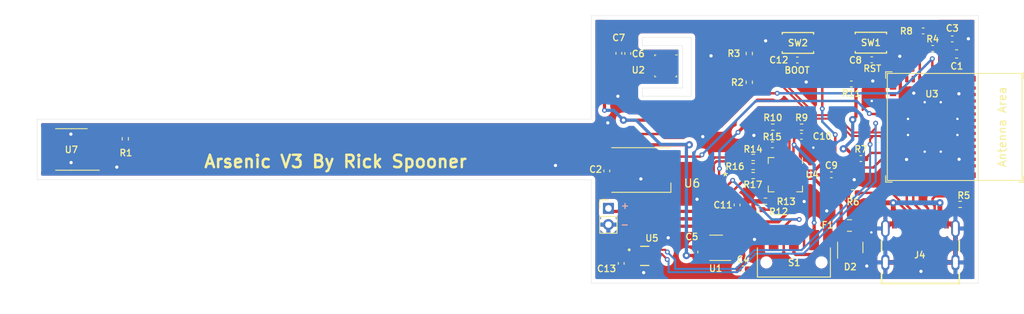
<source format=kicad_pcb>
(kicad_pcb (version 20221018) (generator pcbnew)
  (title_block (title "Arsenic V3"))
  (layers (0 "F.Cu" signal "Front") (31 "B.Cu" signal "Back") (34 "B.Paste" user) (35 "F.Paste" user) (36 "B.SilkS" user "B.Silkscreen") (37 "F.SilkS" user "F.Silkscreen") (38 "B.Mask" user) (39 "F.Mask" user) (44 "Edge.Cuts" user))
  (net 0 "")
  (net 1 "+3.3V")
  (net 2 "GND")
  (net 3 "+5V")
  (net 4 "VCC")
  (net 5 "Net-(C10-Pad1)")
  (net 6 "/EN")
  (net 8 "/GPI010")
  (net 9 "/USB_D+")
  (net 10 "/USB_D-")
  (net 11 "Net-(R14-Pad2)")
  (net 12 "Net-(U4-STAT2)")
  (net 13 "Net-(F1-Pad1)")
  (net 14 "/GPIO3")
  (net 15 "Net-(R16-Pad2)")
  (net 16 "Net-(J4-CC1)")
  (net 18 "Net-(J4-CC2)")
  (net 19 "/SCA")
  (net 20 "/SCL")
  (net 21 "Net-(U4-VPCC)")
  (net 22 "Net-(U4-PROG1)")
  (net 23 "Net-(U4-PROG3)")
  (net 24 "Net-(U4-~{PG})")
  (net 25 "Net-(U4-THERM)")
  (net 29 "Net-(U3-GPIO2{slash}ADC1_CH2)")
  (net 36 "Net-(U3-GPIO8)")
  (net 52 "/RESET")
  (net 53 "Net-(U4-STAT1{slash}~{LBO})")
  (net 54 "Net-(R17-Pad2)")
  (net 60 "Net-(J1-Pin_1)")
  (footprint "Capacitor_SMD:C_0402_1005Metric_Pad0.74x0.62mm_HandSolder" (layer "F.Cu") (at 170.2992 89.577 90)
    (fp_text reference "C7")
    (fp_text value "0.1uF/10V (10%)" hide)
  )
  (footprint "Capacitor_SMD:C_0402_1005Metric_Pad0.74x0.62mm_HandSolder" (layer "F.Cu") (at 198.9579 93.3542 180)
    (fp_text reference "R11")
    (fp_text value "10K(1%)" hide)
  )
  (footprint "Resistor_SMD:R_0402_1005Metric_Pad0.72x0.64mm_HandSolder" (layer "F.Cu") (at 199.136 106.7816 180)
    (fp_text reference "R6")
    (fp_text value "5.1k" hide)
  )
  (footprint "Capacitor_SMD:C_0603_1608Metric_Pad1.08x0.95mm_HandSolder" (layer "F.Cu") (at 211.9379 89.6542)
    (fp_text reference "C1")
    (fp_text value "10uF/25V(20%)" hide)
  )
  (footprint "Capacitor_SMD:C_0402_1005Metric_Pad0.74x0.62mm_HandSolder" (layer "F.Cu") (at 196.4929 104.5542)
    (fp_text reference "C9")
    (fp_text value "4.7uF/16VX5R" hide)
  )
  (footprint "Package_TO_SOT_SMD:SOT-23-5" (layer "F.Cu") (at 182.2879 113.5542 180)
    (fp_text reference "U1")
    (fp_text value "AP2112K-3.3" hide)
  )
  (footprint "Resistor_SMD:R_0402_1005Metric_Pad0.72x0.64mm_HandSolder" (layer "F.Cu") (at 186.8545 102.4128 180)
    (fp_text reference "R14")
    (fp_text value "1k" hide)
  )
  (footprint "Capacitor_SMD:C_0402_1005Metric_Pad0.74x0.62mm_HandSolder" (layer "F.Cu") (at 184.8754 108.2717 90)
    (fp_text reference "C11")
    (fp_text value "4.7uF/16VX5R" hide)
  )
  (footprint "Capacitor_SMD:C_0402_1005Metric_Pad0.74x0.62mm_HandSolder" (layer "F.Cu") (at 168.8118 104.0787 90)
    (fp_text reference "C2")
    (fp_text value "0.1uF/10V (10%)" hide)
  )
  (footprint "JS102011SAQN:SW_JS102011SAQN" (layer "F.Cu") (at 191.8754 115.3542)
    (fp_text reference "S1")
    (fp_text value "JS102011SAQN" hide)
  )
  (footprint "USB4105-GF-A:GCT_USB4105-GF-A" (layer "F.Cu") (at 207.4754 115.3542)
    (fp_text reference "J4")
    (fp_text value "USB4105-GF-A" hide)
  )
  (footprint "Fuse:Fuse_0805_2012Metric_Pad1.15x1.40mm_HandSolder" (layer "F.Cu") (at 198.7254 110.8042 180)
    (fp_text reference "F1")
    (fp_text value "Polyfuse_Small" hide)
  )
  (footprint "Connector_PinHeader_2.00mm:PinHeader_1x02_P2.00mm_Vertical" (layer "F.Cu") (at 169.0116 108.6932)
    (fp_text reference "J1" hide)
    (fp_text value "Conn_01x02_Pin" hide)
  )
  (footprint "Capacitor_SMD:C_0402_1005Metric_Pad0.74x0.62mm_HandSolder" (layer "F.Cu") (at 189.2254 100.8542 180)
    (fp_text reference "R15")
    (fp_text value "10K(1%)" hide)
  )
  (footprint "Package_DFN_QFN:QFN-20-1EP_4x4mm_P0.5mm_EP2.5x2.5mm" (layer "F.Cu") (at 190.8254 104.5417 -90)
    (fp_text reference "U4")
    (fp_text value "MCP73871-1CC" hide)
  )
  (footprint "Resistor_SMD:R_0402_1005Metric_Pad0.72x0.64mm_HandSolder" (layer "F.Cu") (at 186.8545 103.5304 180)
    (fp_text reference "R16")
    (fp_text value "1k" hide)
  )
  (footprint "Capacitor_SMD:C_0402_1005Metric_Pad0.74x0.62mm_HandSolder" (layer "F.Cu") (at 207.8079 86.8172 180)
    (fp_text reference "R8")
    (fp_text value "10K(1%)" hide)
  )
  (footprint "Resistor_SMD:R_0402_1005Metric_Pad0.72x0.64mm_HandSolder" (layer "F.Cu") (at 186.8545 104.648 180)
    (fp_text reference "R17")
    (fp_text value "1k" hide)
  )
  (footprint "PCM_Espressif:ESP32-C3-MINI-1" (layer "F.Cu") (at 211.6934 98.6542 -90)
    (fp_text reference "U3")
    (fp_text value "ESP32-C3-MINI-1" hide)
  )
  (footprint "Resistor_SMD:R_0402_1005Metric_Pad0.72x0.64mm_HandSolder" (layer "F.Cu") (at 212.3754 108.2042 180)
    (fp_text reference "R5")
    (fp_text value "5.1k" hide)
  )
  (footprint "Package_LGA:Bosch_LGA-8_2.5x2.5mm_P0.65mm_ClockwisePinNumbering" (layer "F.Cu") (at 176.0716 91.1197 -90)
    (fp_text reference "U2")
    (fp_text value "BME280" hide)
  )
  (footprint "Capacitor_SMD:C_0402_1005Metric_Pad0.74x0.62mm_HandSolder" (layer "F.Cu") (at 200.1254 102.5542)
    (fp_text reference "R7")
    (fp_text value "10K(1%)" hide)
  )
  (footprint "LED_SMD:LED_WS2812B_PLCC4_5.0x5.0mm_P3.2mm" (layer "F.Cu") (at 173.0618 103.9612)
    (fp_text reference "D1" hide)
    (fp_text value "WS2812B" hide)
  )
  (footprint "Capacitor_SMD:C_0402_1005Metric_Pad0.74x0.62mm_HandSolder" (layer "F.Cu") (at 171.3992 89.5945 90)
    (fp_text reference "C6")
    (fp_text value "0.1uF/10V (10%)" hide)
  )
  (footprint "Capacitor_SMD:C_0402_1005Metric_Pad0.74x0.62mm_HandSolder" (layer "F.Cu") (at 208.9912 88.9762)
    (fp_text reference "R4")
    (fp_text value "10K(1%)" hide)
  )
  (footprint "Package_TO_SOT_SMD:SOT-143" (layer "F.Cu") (at 198.8254 113.5042 90)
    (fp_text reference "D2")
    (fp_text value "PRTR5V0U2X" hide)
  )
  (footprint "Capacitor_SMD:C_0402_1005Metric_Pad0.74x0.62mm_HandSolder" (layer "F.Cu") (at 170.5864 115.4771 -90)
    (fp_text reference "C13")
    (fp_text value "0.1uF/10V (10%)" hide)
  )
  (footprint "Capacitor_SMD:C_0402_1005Metric_Pad0.74x0.62mm_HandSolder" (layer "F.Cu") (at 187.4429 108.8542 180)
    (fp_text reference "R12")
    (fp_text value "10K(1%)" hide)
  )
  (footprint "Package_SO:SOIC-8_3.9x4.9mm_P1.27mm" (layer "F.Cu") (at 102.805 101.4289 180)
    (fp_text reference "U7")
    (fp_text value "DS18B20Z" hide)
  )
  (footprint "Resistor_SMD:R_0402_1005Metric_Pad0.72x0.64mm_HandSolder" (layer "F.Cu") (at 186.3754 89.6017 90)
    (fp_text reference "R3")
    (fp_text value "4.7k" hide)
  )
  (footprint "Capacitor_SMD:C_0402_1005Metric_Pad0.74x0.62mm_HandSolder" (layer "F.Cu") (at 192.8079 99.8042)
    (fp_text reference "C10")
    (fp_text value "4.7uF/16VX5R" hide)
  )
  (footprint "Capacitor_SMD:C_0402_1005Metric_Pad0.74x0.62mm_HandSolder" (layer "F.Cu") (at 211.3929 87.8042)
    (fp_text reference "C3")
    (fp_text value "0.1uF/50V(10%)" hide)
  )
  (footprint "Resistor_SMD:R_0402_1005Metric_Pad0.72x0.64mm_HandSolder" (layer "F.Cu") (at 189.2808 98.679)
    (fp_text reference "R10")
    (fp_text value "110K" hide)
  )
  (footprint "KXT 331 LHS:KXT3_CNK" (layer "F.Cu") (at 192.374801 88.2958 180)
    (fp_text reference "SW2")
    (fp_text value "KXT331LHS" hide)
  )
  (footprint "Capacitor_SMD:C_0402_1005Metric_Pad0.74x0.62mm_HandSolder" (layer "F.Cu") (at 185.6254 116.1542)
    (fp_text reference "C4")
    (fp_text value "1uF/16V(10%)" hide)
  )
  (footprint "Resistor_SMD:R_0402_1005Metric_Pad0.72x0.64mm_HandSolder" (layer "F.Cu") (at 109.4486 100.1147 -90)
    (fp_text reference "R1")
    (fp_text value "4.7k" hide)
  )
  (footprint "KXT 331 LHS:KXT3_CNK" (layer "F.Cu") (at 201.370601 88.265 180)
    (fp_text reference "SW1")
    (fp_text value "KXT331LHS" hide)
  )
  (footprint "Resistor_SMD:R_0402_1005Metric_Pad0.72x0.64mm_HandSolder" (layer "F.Cu") (at 188.3729 107.8042)
    (fp_text reference "R13")
    (fp_text value "100k" hide)
  )
  (footprint "Resistor_SMD:R_0402_1005Metric_Pad0.72x0.64mm_HandSolder" (layer "F.Cu") (at 186.3754 93.1517 -90)
    (fp_text reference "R2")
    (fp_text value "4.7k" hide)
  )
  (footprint "Capacitor_SMD:C_0402_1005Metric_Pad0.74x0.62mm_HandSolder" (layer "F.Cu") (at 179.6754 114.0717 90)
    (fp_text reference "C5")
    (fp_text value "1uF/16V(10%)" hide)
  )
  (footprint "Capacitor_SMD:C_0402_1005Metric_Pad0.74x0.62mm_HandSolder" (layer "F.Cu") (at 201.472201 90.3774)
    (fp_text reference "C8")
    (fp_text value "0.1uF/10V (10%)" hide)
  )
  (footprint "EAST1616RGBA8:LED_EAST1616RGBA8" (layer "F.Cu") (at 181.9764 105.6016)
    (fp_text reference "U6")
    (fp_text value "EAST1616RGBA8" hide)
  )
  (footprint "Capacitor_SMD:C_0402_1005Metric_Pad0.74x0.62mm_HandSolder" (layer "F.Cu") (at 192.302801 90.4028)
    (fp_text reference "C12")
    (fp_text value "0.1uF/10V (10%)" hide)
  )
  (footprint "Resistor_SMD:R_0402_1005Metric_Pad0.72x0.64mm_HandSolder" (layer "F.Cu") (at 192.8247 98.679)
    (fp_text reference "R9")
    (fp_text value "330K" hide)
  )
  (footprint "MAX17048G:21-0168E_T822-3_MXM" (layer "F.Cu") (at 173.482 114.55235)
    (fp_text reference "U5")
    (fp_text value "MAX17048G+T10" hide)
  )
  (gr_line (start 173.1772 87.6046) (end 179.2224 87.6046) (stroke (width 0.0381)) (layer "Edge.Cuts"))
  (gr_line (start 166.8994 84.9536) (end 214.6254 84.9536) (stroke (width 0.0381)) (layer "Edge.Cuts"))
  (gr_line (start 214.6254 117.9042) (end 166.8994 117.9042) (stroke (width 0.0381)) (layer "Edge.Cuts"))
  (gr_line (start 173.1772 93.853) (end 178.1556 93.853) (stroke (width 0.0381)) (layer "Edge.Cuts"))
  (gr_line (start 166.9034 97.6884) (end 166.8994 84.9536) (stroke (width 0.0381)) (layer "Edge.Cuts"))
  (gr_line (start 166.8994 117.9042) (end 166.9034 105.156) (stroke (width 0.0381)) (layer "Edge.Cuts"))
  (gr_line (start 173.1772 87.6046) (end 173.1772 88.6206) (stroke (width 0.0381)) (layer "Edge.Cuts"))
  (gr_line (start 173.1772 94.869) (end 173.1772 93.853) (stroke (width 0.0381)) (layer "Edge.Cuts"))
  (gr_line (start 173.1772 88.6206) (end 178.1556 88.6206) (stroke (width 0.0381)) (layer "Edge.Cuts"))
  (gr_line (start 178.1556 93.853) (end 178.1556 88.6206) (stroke (width 0.0381)) (layer "Edge.Cuts"))
  (gr_line (start 179.2224 93.6498) (end 179.2224 87.6046) (stroke (width 0.0381)) (layer "Edge.Cuts"))
  (gr_line (start 178.054 94.869) (end 173.1772 94.869) (stroke (width 0.0381)) (layer "Edge.Cuts"))
  (gr_line (start 166.9034 97.6884) (end 98.5774 97.6884) (stroke (width 0.0381)) (layer "Edge.Cuts"))
  (gr_line (start 98.5774 97.6884) (end 98.5774 105.156) (stroke (width 0.0381)) (layer "Edge.Cuts"))
  (gr_line (start 98.5774 105.156) (end 166.9034 105.156) (stroke (width 0.0381)) (layer "Edge.Cuts"))
  (gr_line (start 178.054 94.869) (end 179.2224 94.869) (stroke (width 0.0381)) (layer "Edge.Cuts"))
  (gr_line (start 179.2224 93.6498) (end 179.2224 94.869) (stroke (width 0.0381)) (layer "Edge.Cuts"))
  (gr_line (start 214.6254 84.9536) (end 214.6254 117.9042) (stroke (width 0.0381)) (layer "Edge.Cuts"))
  (gr_text "+" (at 170.4594 108.8136) (layer "B.SilkS") (effects (font (size 0.8 0.8) (thickness 0.15) bold) (justify left bottom)))
  (gr_text "-" (at 170.434 111.1504) (layer "B.SilkS") (effects (font (size 0.8 0.8) (thickness 0.15) bold) (justify left bottom)))
  (gr_text "RST" (at 200.3552 91.9226) (layer "F.SilkS") (effects (font (size 0.8 0.8)) (justify left bottom)))
  (gr_text "Arsenic V3 By Rick Spooner" (at 119.0244 103.8098) (layer "F.SilkS") (effects (font (size 1.524 1.524) (thickness 0.3048) bold) (justify left bottom)))
  (gr_text "BOOT" (at 190.626401 92.13) (layer "F.SilkS") (effects (font (size 0.8 0.8)) (justify left bottom)))
  (segment (start 181.1504 114.5042) (end 179.3754 114.5042) (width 0.4) (layer "F.Cu") (net 1))
  (segment (start 208.3754 86.8172) (end 208.3754 85.9734) (width 0.3) (layer "F.Cu") (net 1))
  (segment (start 175.0293 90.162) (end 175.0466 90.1447) (width 0.3) (layer "F.Cu") (net 1))
  (segment (start 210.8254 87.8042) (end 210.8254 89.4042) (width 0.4) (layer "F.Cu") (net 1))
  (segment (start 105.3617 100.7122) (end 105.28 100.7939) (width 0.4) (layer "F.Cu") (net 1))
  (segment (start 196.4754 86.1006) (end 196.342 85.9672) (width 0.4) (layer "F.Cu") (net 1))
  (segment (start 208.3754 88.9279) (end 208.4237 88.9762) (width 0.3) (layer "F.Cu") (net 1))
  (segment (start 176.1676 90.1447) (end 176.8176 90.7947) (width 0.25) (layer "F.Cu") (net 1))
  (segment (start 199.5254 97.3542) (end 199.1254 97.7542) (width 0.4) (layer "F.Cu") (net 1))
  (segment (start 208.3754 86.8172) (end 208.3754 88.9279) (width 0.3) (layer "F.Cu") (net 1))
  (segment (start 176.8176 90.7947) (end 177.0966 90.7947) (width 0.25) (layer "F.Cu") (net 1))
  (segment (start 199.5254 93.3542) (end 199.5254 97.3542) (width 0.4) (layer "F.Cu") (net 1))
  (segment (start 186.3754 89.0042) (end 186.3754 85.977) (width 0.4) (layer "F.Cu") (net 1))
  (segment (start 198.3579 101.3542) (end 199.5579 102.5542) (width 0.4) (layer "F.Cu") (net 1))
  (segment (start 172.6346 102.3112) (end 174.0916 100.8542) (width 0.4) (layer "F.Cu") (net 1))
  (segment (start 211.3934 89.9722) (end 211.0754 89.6542) (width 0.4) (layer "F.Cu") (net 1))
  (segment (start 208.3754 85.9734) (end 208.3816 85.9672) (width 0.3) (layer "F.Cu") (net 1))
  (segment (start 175.0466 90.1447) (end 171.4165 90.1447) (width 0.3) (layer "F.Cu") (net 1))
  (segment (start 177.0966 90.7947) (end 175.9756 90.7947) (width 0.25) (layer "F.Cu") (net 1))
  (segment (start 169.252 85.9672) (end 168.529 86.6902) (width 0.4) (layer "F.Cu") (net 1))
  (segment (start 175.3256 91.4447) (end 175.0466 91.4447) (width 0.25) (layer "F.Cu") (net 1))
  (segment (start 174.0916 100.8542) (end 111.7438 100.8542) (width 0.4) (layer "F.Cu") (net 1))
  (segment (start 175.9756 90.7947) (end 175.3256 91.4447) (width 0.25) (layer "F.Cu") (net 1))
  (segment (start 179.3754 114.5042) (end 178.6254 114.5042) (width 0.4) (layer "F.Cu") (net 1))
  (segment (start 179.3904 114.5192) (end 179.3754 114.5042) (width 0.3) (layer "F.Cu") (net 1))
  (segment (start 186.3656 85.9672) (end 169.252 85.9672) (width 0.4) (layer "F.Cu") (net 1))
  (segment (start 171.4165 90.1447) (end 171.3992 90.162) (width 0.3) (layer "F.Cu") (net 1))
  (segment (start 211.3934 92.7542) (end 211.3934 89.9722) (width 0.4) (layer "F.Cu") (net 1))
  (segment (start 186.3754 85.977) (end 186.3656 85.9672) (width 0.4) (layer "F.Cu") (net 1))
  (segment (start 170.6118 102.3112) (end 172.6346 102.3112) (width 0.4) (layer "F.Cu") (net 1))
  (segment (start 182.3142 97.8154) (end 186.3754 93.7542) (width 0.4) (layer "F.Cu") (net 1))
  (segment (start 111.7438 100.8542) (end 111.6018 100.7122) (width 0.4) (layer "F.Cu") (net 1))
  (segment (start 186.3852 85.9672) (end 196.342 85.9672) (width 0.4) (layer "F.Cu") (net 1))
  (segment (start 186.3754 93.7542) (end 186.3754 93.7492) (width 0.4) (layer "F.Cu") (net 1))
  (segment (start 111.6018 100.7122) (end 109.4486 100.7122) (width 0.4) (layer "F.Cu") (net 1))
  (segment (start 196.342 85.9672) (end 208.3816 85.9672) (width 0.4) (layer "F.Cu") (net 1))
  (segment (start 170.8658 97.8154) (end 182.3142 97.8154) (width 0.4) (layer "F.Cu") (net 1))
  (segment (start 196.4754 89.70891) (end 196.4754 86.1006) (width 0.4) (layer "F.Cu") (net 1))
  (segment (start 168.529 90.2716) (end 168.529 86.6902) (width 0.4) (layer "F.Cu") (net 1))
  (segment (start 170.2992 90.1445) (end 168.6561 90.1445) (width 0.3) (layer "F.Cu") (net 1))
  (segment (start 197.9754 101.3542) (end 198.3579 101.3542) (width 0.4) (layer "F.Cu") (net 1))
  (segment (start 196.4754 89.70891) (end 199.5254 92.75891) (width 0.4) (layer "F.Cu") (net 1))
  (segment (start 208.9884 85.9672) (end 210.8254 87.8042) (width 0.4) (layer "F.Cu") (net 1))
  (segment (start 175.0466 90.1447) (end 176.1676 90.1447) (width 0.25) (layer "F.Cu") (net 1))
  (segment (start 170.0118 102.3112) (end 168.8118 103.5112) (width 0.4) (layer "F.Cu") (net 1))
  (segment (start 171.3817 90.1445) (end 171.3992 90.162) (width 0.3) (layer "F.Cu") (net 1))
  (segment (start 109.4486 100.7122) (end 105.3617 100.7122) (width 0.4) (layer "F.Cu") (net 1))
  (segment (start 186.3754 85.977) (end 186.3852 85.9672) (width 0.4) (layer "F.Cu") (net 1))
  (segment (start 168.529 96.6042) (end 168.529 90.2716) (width 0.4) (layer "F.Cu") (net 1))
  (segment (start 208.3816 85.9672) (end 208.9884 85.9672) (width 0.4) (layer "F.Cu") (net 1))
  (segment (start 178.9754 100.8542) (end 174.0916 100.8542) (width 0.4) (layer "F.Cu") (net 1))
  (segment (start 199.5254 92.75891) (end 199.5254 93.3542) (width 0.4) (layer "F.Cu") (net 1))
  (segment (start 210.8254 89.4042) (end 211.0754 89.6542) (width 0.4) (layer "F.Cu") (net 1))
  (segment (start 170.2992 90.1445) (end 171.3817 90.1445) (width 0.3) (layer "F.Cu") (net 1))
  (via (at 178.9754 100.8542) (size 0.9) (drill 0.4) (layers "F.Cu" "B.Cu") (net 1))
  (via (at 197.9754 101.3542) (size 0.9) (drill 0.4) (layers "F.Cu" "B.Cu") (net 1))
  (via (at 168.529 96.6042) (size 0.6) (drill 0.3) (layers "F.Cu" "B.Cu") (net 1))
  (via (at 178.6254 114.5042) (size 0.9) (drill 0.4) (layers "F.Cu" "B.Cu") (net 1))
  (via (at 170.8658 97.8154) (size 0.9) (drill 0.4) (layers "F.Cu" "B.Cu") (net 1))
  (via (at 199.1254 97.7542) (size 0.9) (drill 0.4) (layers "F.Cu" "B.Cu") (net 1))
  (segment (start 178.6254 114.5042) (end 178.6754 114.4542) (width 0.3) (layer "B.Cu") (net 1))
  (segment (start 178.9684 100.8612) (end 178.9754 100.8542) (width 0.4) (layer "B.Cu") (net 1))
  (segment (start 178.6254 101.2042) (end 178.6254 114.5042) (width 0.4) (layer "B.Cu") (net 1))
  (segment (start 170.8658 97.8154) (end 169.6546 96.6042) (width 0.4) (layer "B.Cu") (net 1))
  (segment (start 175.4294 100.8042) (end 178.9254 100.8042) (width 0.4) (layer "B.Cu") (net 1))
  (segment (start 169.6546 96.6042) (end 168.529 96.6042) (width 0.4) (layer "B.Cu") (net 1))
  (segment (start 199.1254 100.2042) (end 197.9754 101.3542) (width 0.4) (layer "B.Cu") (net 1))
  (segment (start 178.9254 100.8042) (end 178.9754 100.8542) (width 0.4) (layer "B.Cu") (net 1))
  (segment (start 172.4406 97.8154) (end 175.4294 100.8042) (width 0.4) (layer "B.Cu") (net 1))
  (segment (start 199.1254 97.7542) (end 199.1254 100.2042) (width 0.4) (layer "B.Cu") (net 1))
  (segment (start 178.9754 100.8542) (end 178.6254 101.2042) (width 0.4) (layer "B.Cu") (net 1))
  (segment (start 170.8658 97.8154) (end 172.4406 97.8154) (width 0.4) (layer "B.Cu") (net 1))
  (segment (start 183.4254 113.5542) (end 179.7254 113.5542) (width 0.4) (layer "F.Cu") (net 2))
  (segment (start 203.7304 110.5992) (end 203.1554 111.1742) (width 0.6) (layer "F.Cu") (net 2))
  (segment (start 189.8254 106.4792) (end 188.8879 105.5417) (width 0.3) (layer "F.Cu") (net 2))
  (segment (start 173.482 114.904651) (end 173.482 114.55235) (width 0.25) (layer "F.Cu") (net 2))
  (segment (start 207.0184 96.6792) (end 207.0184 98.6542) (width 0.4) (layer "F.Cu") (net 2))
  (segment (start 171.5516 91.5416) (end 173.3017 91.5416) (width 0.25) (layer "F.Cu") (net 2))
  (segment (start 211.9604 88.8142) (end 212.8004 89.6542) (width 0.4) (layer "F.Cu") (net 2))
  (segment (start 190.780526 104.5417) (end 188.6579 102.419074) (width 0.3) (layer "F.Cu") (net 2))
  (segment (start 213.8934 103.4542) (end 213.8934 104.5722) (width 0.4) (layer "F.Cu") (net 2))
  (segment (start 199.7456 89.218299) (end 200.904701 90.3774) (width 0.3) (layer "F.Cu") (net 2))
  (segment (start 211.7954 111.1742) (end 211.7954 115.3542) (width 0.6) (layer "F.Cu") (net 2))
  (segment (start 174.4853 114.80235) (end 173.732 114.80235) (width 0.25) (layer "F.Cu") (net 2))
  (segment (start 201.4754 95.4542) (end 203.3754 95.4542) (width 0.4) (layer "F.Cu") (net 2))
  (segment (start 213.4684 100.6292) (end 213.8934 101.0542) (width 0.4) (layer "F.Cu") (net 2))
  (segment (start 170.18 92.9132) (end 171.5516 91.5416) (width 0.25) (layer "F.Cu") (net 2))
  (segment (start 210.6754 110.5992) (end 211.2204 110.5992) (width 0.6) (layer "F.Cu") (net 2))
  (segment (start 213.4684 96.6792) (end 213.8934 96.2542) (width 0.4) (layer "F.Cu") (net 2))
  (segment (start 207.0184 96.6792) (end 208.9934 96.6792) (width 0.4) (layer "F.Cu") (net 2))
  (segment (start 188.8879 105.5417) (end 189.8254 105.5417) (width 0.3) (layer "F.Cu") (net 2))
  (segment (start 212.9934 92.7542) (end 213.8754 92.7542) (width 0.4) (layer "F.Cu") (net 2))
  (segment (start 204.9934 95.1902) (end 205.2574 95.4542) (width 0.4) (layer "F.Cu") (net 2))
  (segment (start 204.9934 92.7542) (end 204.9934 95.1902) (width 0.4) (layer "F.Cu") (net 2))
  (segment (start 212.8004 91.5792) (end 213.9254 92.7042) (width 0.4) (layer "F.Cu") (net 2))
  (segment (start 190.8254 104.5417) (end 190.780526 104.5417) (width 0.3) (layer "F.Cu") (net 2))
  (segment (start 208.9934 98.6542) (end 210.9684 98.6542) (width 0.4) (layer "F.Cu") (net 2))
  (segment (start 174.0486 90.7947) (end 175.0466 90.7947) (width 0.25) (layer "F.Cu") (net 2))
  (segment (start 204.0934 95.4542) (end 205.2574 95.4542) (width 0.4) (layer "F.Cu") (net 2))
  (segment (start 212.8004 89.6542) (end 212.8004 91.5792) (width 0.4) (layer "F.Cu") (net 2))
  (segment (start 173.482 114.200049) (end 173.482 114.55235) (width 0.25) (layer "F.Cu") (net 2))
  (segment (start 188.8879 105.5417) (end 188.8879 105.0417) (width 0.3) (layer "F.Cu") (net 2))
  (segment (start 190.3254 105.0417) (end 190.8254 104.5417) (width 0.3) (layer "F.Cu") (net 2))
  (segment (start 213.6754 104.9542) (end 213.7254 105.0042) (width 0.4) (layer "F.Cu") (net 2))
  (segment (start 190.3254 102.6042) (end 190.8254 102.6042) (width 0.3) (layer "F.Cu") (net 2))
  (segment (start 213.8934 93.8542) (end 213.8934 92.7362) (width 0.4) (layer "F.Cu") (net 2))
  (segment (start 173.732 114.80235) (end 173.482 114.55235) (width 0.25) (layer "F.Cu") (net 2))
  (segment (start 208.9934 100.6292) (end 207.0184 100.6292) (width 0.4) (layer "F.Cu") (net 2))
  (segment (start 191.735301 90.4028) (end 191.735301 89.281301) (width 0.3) (layer "F.Cu") (net 2))
  (segment (start 172.4787 113.802349) (end 172.4787 112.8141) (width 0.3) (layer "F.Cu") (net 2))
  (segment (start 213.8934 93.8542) (end 213.8934 103.4542) (width 0.4) (layer "F.Cu") (net 2))
  (segment (start 199.0772 105.156) (end 199.3138 105.156) (width 0.4) (layer "F.Cu") (net 2))
  (segment (start 189.8254 105.5417) (end 190.8254 104.5417) (width 0.3) (layer "F.Cu") (net 2))
  (segment (start 170.18 94.869) (end 170.18 92.9132) (width 0.25) (layer "F.Cu") (net 2))
  (segment (start 211.9604 87.8042) (end 211.9604 88.8142) (width 0.4) (layer "F.Cu") (net 2))
  (segment (start 190.8254 102.6042) (end 190.8254 104.5417) (width 0.3) (layer "F.Cu") (net 2))
  (segment (start 208.9934 98.6542) (end 208.9934 96.6792) (width 0.4) (layer "F.Cu") (net 2))
  (segment (start 173.0843 113.802349) (end 173.482 114.200049) (width 0.25) (layer "F.Cu") (net 2))
  (segment (start 172.974 112.3188) (end 176.3776 112.3188) (width 0.3) (layer "F.Cu") (net 2))
  (segment (start 173.0843 115.302351) (end 173.482 114.904651) (width 0.25) (layer "F.Cu") (net 2))
  (segment (start 208.9934 98.6542) (end 207.0184 98.6542) (width 0.4) (layer "F.Cu") (net 2))
  (segment (start 210.9684 100.6292) (end 213.4684 100.6292) (width 0.4) (layer "F.Cu") (net 2))
  (segment (start 179.7254 113.5542) (end 179.6754 113.5042) (width 0.4) (layer "F.Cu") (net 2))
  (segment (start 172.4787 115.302351) (end 173.0843 115.302351) (width 0.25) (layer "F.Cu") (net 2))
  (segment (start 210.9684 98.6542) (end 210.9684 100.6292) (width 0.4) (layer "F.Cu") (net 2))
  (segment (start 213.8934 92.7362) (end 213.9254 92.7042) (width 0.4) (layer "F.Cu") (net 2))
  (segment (start 190.119 99.695) (end 186.944 99.695) (width 0.3) (layer "F.Cu") (net 2))
  (segment (start 172.4787 112.8141) (end 172.974 112.3188) (width 0.3) (layer "F.Cu") (net 2))
  (segment (start 173.3017 91.5416) (end 174.0486 90.7947) (width 0.25) (layer "F.Cu") (net 2))
  (segment (start 213.8754 92.7542) (end 213.9254 92.7042) (width 0.4) (layer "F.Cu") (net 2))
  (segment (start 208.9934 96.6792) (end 210.9684 96.6792) (width 0.4) (layer "F.Cu") (net 2))
  (segment (start 190.3254 104.0417) (end 190.8254 104.5417) (width 0.3) (layer "F.Cu") (net 2))
  (segment (start 210.9684 100.6292) (end 208.9934 100.6292) (width 0.4) (layer "F.Cu") (net 2))
  (segment (start 204.2754 110.5992) (end 203.7304 110.5992) (width 0.6) (layer "F.Cu") (net 2))
  (segment (start 188.6579 102.419074) (end 188.6579 100.8542) (width 0.3) (layer "F.Cu") (net 2))
  (segment (start 175.0466 92.0947) (end 174.5466 92.0947) (width 0.25) (layer "F.Cu") (net 2))
  (segment (start 190.3254 102.6042) (end 190.3254 104.0417) (width 0.3) (layer "F.Cu") (net 2))
  (segment (start 210.9684 96.6792) (end 213.4684 96.6792) (width 0.4) (layer "F.Cu") (net 2))
  (segment (start 174.0486 91.5967) (end 174.0486 90.7947) (width 0.25) (layer "F.Cu") (net 2))
  (segment (start 205.7934 95.4542) (end 207.0184 96.6792) (width 0.4) (layer "F.Cu") (net 2))
  (segment (start 172.4787 113.802349) (end 173.0843 113.802349) (width 0.25) (layer "F.Cu") (net 2))
  (segment (start 204.2754 95.4542) (end 203.3754 95.4542) (width 0.4) (layer "F.Cu") (net 2))
  (segment (start 190.8254 100.4014) (end 190.119 99.695) (width 0.3) (layer "F.Cu") (net 2))
  (segment (start 174.5466 92.0947) (end 174.0486 91.5967) (width 0.25) (layer "F.Cu") (net 2))
  (segment (start 210.9684 96.6792) (end 210.9684 98.6542) (width 0.4) (layer "F.Cu") (net 2))
  (segment (start 205.2574 95.4542) (end 205.7934 95.4542) (width 0.4) (layer "F.Cu") (net 2))
  (segment (start 211.2204 110.5992) (end 211.7954 111.1742) (width 0.6) (layer "F.Cu") (net 2))
  (segment (start 210.9684 98.6542) (end 213.8934 98.6542) (width 0.4) (layer "F.Cu") (net 2))
  (segment (start 191.735301 89.281301) (end 190.750399 88.296399) (width 0.3) (layer "F.Cu") (net 2))
  (segment (start 213.8934 104.5722) (end 213.9254 104.6042) (width 0.4) (layer "F.Cu") (net 2))
  (segment (start 199.7456 88.265) (end 199.7456 89.218299) (width 0.3) (layer "F.Cu") (net 2))
  (segment (start 188.8879 105.0417) (end 190.3254 105.0417) (width 0.3) (layer "F.Cu") (net 2))
  (segment (start 199.8656 104.6042) (end 204.0434 104.6042) (width 0.4) (layer "F.Cu") (net 2))
  (segment (start 177.0966 90.1447) (end 176.995 90.1447) (width 0.25) (layer "F.Cu") (net 2))
  (segment (start 208.9934 98.6542) (end 208.9934 100.6292) (width 0.4) (layer "F.Cu") (net 2))
  (segment (start 190.8254 102.6042) (end 190.8254 100.4014) (width 0.3) (layer "F.Cu") (net 2))
  (segment (start 199.3138 105.156) (end 199.8656 104.6042) (width 0.4) (layer "F.Cu") (net 2))
  (segment (start 211.7954 115.3542) (end 203.1554 115.3542) (width 0.6) (layer "F.Cu") (net 2))
  (segment (start 207.0184 100.6292) (end 207.0184 98.6542) (width 0.4) (layer "F.Cu") (net 2))
  (segment (start 212.1934 92.7542) (end 212.9934 92.7542) (width 0.4) (layer "F.Cu") (net 2))
  (via (at 201.4754 95.4542) (size 0.6) (drill 0.3) (layers "F.Cu" "B.Cu") (net 2))
  (via (at 205.9432 99.6442) (size 0.6) (drill 0.3) (layers "F.Cu" "B.Cu") (net 2))
  (via (at 205.9432 97.663) (size 0.6) (drill 0.3) (layers "F.Cu" "B.Cu") (net 2))
  (via (at 206.6544 94.488) (size 0.9) (drill 0.4) (layers "F.Cu" "B.Cu") (net 2))
  (via (at 212.2424 102.6414) (size 0.9) (drill 0.4) (layers "F.Cu" "B.Cu") (net 2))
  (via (at 194.2754 101.2042) (size 0.6) (drill 0.3) (layers "F.Cu" "B.Cu") (net 2))
  (via (at 209.9818 95.6056) (size 0.6) (drill 0.3) (layers "F.Cu" "B.Cu") (net 2))
  (via (at 188.3918 88.0364) (size 0.9) (drill 0.4) (layers "F.Cu" "B.Cu") (net 2))
  (via (at 179.9336 107.569) (size 0.9) (drill 0.4) (layers "F.Cu" "B.Cu") (net 2))
  (via (at 193.1416 107.8484) (size 0.9) (drill 0.4) (layers "F.Cu" "B.Cu") (net 2))
  (via (at 170.18 94.869) (size 0.9) (drill 0.4) (layers "F.Cu" "B.Cu") (net 2))
  (via (at 195.9254 109.0042) (size 0.9) (drill 0.4) (layers "F.Cu" "B.Cu") (net 2))
  (via (at 201.4254 111.6542) (size 0.6) (drill 0.3) (layers "F.Cu" "B.Cu") (net 2))
  (via (at 205.7654 102.6668) (size 0.9) (drill 0.4) (layers "F.Cu" "B.Cu") (net 2))
  (via (at 173.355 116.6114) (size 0.9) (drill 0.4) (layers "F.Cu" "B.Cu") (net 2))
  (via (at 212.0392 99.6442) (size 0.6) (drill 0.3) (layers "F.Cu" "B.Cu") (net 2))
  (via (at 213.3854 87.7824) (size 0.9) (drill 0.4) (layers "F.Cu" "B.Cu") (net 2))
  (via (at 199.3138 105.156) (size 0.9) (drill 0.4) (layers "F.Cu" "B.Cu") (net 2))
  (via (at 204.9272 89.9414) (size 0.9) (drill 0.4) (layers "F.Cu" "B.Cu") (net 2))
  (via (at 212.217 94.5642) (size 0.9) (drill 0.4) (layers "F.Cu" "B.Cu") (net 2))
  (via (at 102.7684 103.0478) (size 0.9) (drill 0.4) (layers "F.Cu" "B.Cu") (net 2))
  (via (at 187.0202 112.522) (size 0.9) (drill 0.4) (layers "F.Cu" "B.Cu") (net 2))
  (via (at 208.0006 95.6056) (size 0.6) (drill 0.3) (layers "F.Cu" "B.Cu") (net 2))
  (via (at 186.944 99.695) (size 0.9) (drill 0.4) (layers "F.Cu" "B.Cu") (net 2))
  (via (at 201.5998 92.9894) (size 0.9) (drill 0.4) (layers "F.Cu" "B.Cu") (net 2))
  (via (at 181.6608 89.8906) (size 0.9) (drill 0.4) (layers "F.Cu" "B.Cu") (net 2))
  (via (at 207.5434 116.459) (size 0.9) (drill 0.4) (layers "F.Cu" "B.Cu") (net 2))
  (via (at 162.4838 103.4034) (size 0.9) (drill 0.4) (layers "F.Cu" "B.Cu") (net 2))
  (via (at 212.0392 97.663) (size 0.6) (drill 0.3) (layers "F.Cu" "B.Cu") (net 2))
  (via (at 200.8632 115.7986) (size 0.9) (drill 0.4) (layers "F.Cu" "B.Cu") (net 2))
  (via (at 209.9818 101.7016) (size 0.6) (drill 0.3) (layers "F.Cu" "B.Cu") (net 2))
  (via (at 193.3956 93.1164) (size 0.9) (drill 0.4) (layers "F.Cu" "B.Cu") (net 2))
  (via (at 102.743 99.5426) (size 0.9) (drill 0.4) (layers "F.Cu" "B.Cu") (net 2))
  (via (at 176.3776 112.3188) (size 0.9) (drill 0.4) (layers "F.Cu" "B.Cu") (net 2))
  (via (at 173.0118 105.0612) (size 0.9) (drill 0.4) (layers "F.Cu" "B.Cu") (net 2))
  (via (at 108.4072 103.6066) (size 0.9) (drill 0.4) (layers "F.Cu" "B.Cu") (net 2))
  (via (at 168.9354 98.1456) (size 0.9) (drill 0.4) (layers "F.Cu" "B.Cu") (net 2))
  (via (at 208.0006 101.7016) (size 0.6) (drill 0.3) (layers "F.Cu" "B.Cu") (net 2))
  (via (at 180.6448 99.8474) (size 0.9) (drill 0.4) (layers "F.Cu" "B.Cu") (net 2))
  (segment (start 192.1002 114.3762) (end 196.0034 114.3762) (width 0.4) (layer "F.Cu") (net 3))
  (segment (start 191.8754 112.6042) (end 191.8754 114.1514) (width 0.4) (layer "F.Cu") (net 3))
  (segment (start 190.2984 111.0272) (end 188.63995 111.0272) (width 0.4) (layer "F.Cu") (net 3))
  (segment (start 185.6754 115.5367) (end 185.0579 116.1542) (width 0.4) (layer "F.Cu") (net 3))
  (segment (start 185.6754 114.5042) (end 183.4254 114.5042) (width 0.4) (layer "F.Cu") (net 3))
  (segment (start 172.3136 110.8964) (end 170.5864 112.6236) (width 0.4) (layer "F.Cu") (net 3))
  (segment (start 184.5004 111.5292) (end 185.6754 112.7042) (width 0.4) (layer "F.Cu") (net 3))
  (segment (start 190.4481 111.1769) (end 190.2984 111.0272) (width 0.4) (layer "F.Cu") (net 3))
  (segment (start 184.8754 111.1542) (end 184.5004 111.5292) (width 0.4) (layer "F.Cu") (net 3))
  (segment (start 185.6754 112.7042) (end 185.6754 114.5042) (width 0.4) (layer "F.Cu") (net 3))
  (segment (start 183.2334 106.3266) (end 182.6514 106.3266) (width 0.3) (layer "F.Cu") (net 3))
  (segment (start 170.5864 114.9096) (end 170.69365 114.80235) (width 0.3) (layer "F.Cu") (net 3))
  (segment (start 185.6754 114.5042) (end 185.6754 115.5367) (width 0.4) (layer "F.Cu") (net 3))
  (segment (start 170.69365 114.80235) (end 172.4787 114.80235) (width 0.3) (layer "F.Cu") (net 3))
  (segment (start 196.0034 114.3762) (end 197.8754 112.5042) (width 0.4) (layer "F.Cu") (net 3))
  (segment (start 190.4481 111.1769) (end 191.5668 110.0582) (width 0.3) (layer "F.Cu") (net 3))
  (segment (start 170.5864 112.6236) (end 170.5864 114.9096) (width 0.4) (layer "F.Cu") (net 3))
  (segment (start 188.51295 111.1542) (end 184.8754 111.1542) (width 0.4) (layer "F.Cu") (net 3))
  (segment (start 188.63995 111.0272) (end 188.51295 111.1542) (width 0.4) (layer "F.Cu") (net 3))
  (segment (start 191.8754 114.1514) (end 192.1002 114.3762) (width 0.4) (layer "F.Cu") (net 3))
  (segment (start 191.8754 112.6042) (end 190.4481 111.1769) (width 0.4) (layer "F.Cu") (net 3))
  (segment (start 184.8754 111.1542) (end 184.6176 110.8964) (width 0.4) (layer "F.Cu") (net 3))
  (segment (start 184.5004 111.5292) (end 183.4254 112.6042) (width 0.4) (layer "F.Cu") (net 3))
  (segment (start 184.3278 105.2322) (end 183.2334 106.3266) (width 0.3) (layer "F.Cu") (net 3))
  (segment (start 191.5668 110.0582) (end 192.532 110.0582) (width 0.3) (layer "F.Cu") (net 3))
  (segment (start 184.6176 110.8964) (end 172.3136 110.8964) (width 0.4) (layer "F.Cu") (net 3))
  (segment (start 172.462701 114.818349) (end 172.4787 114.80235) (width 0.3) (layer "F.Cu") (net 3))
  (segment (start 172.4787 114.80235) (end 172.4787 114.30235) (width 0.25) (layer "F.Cu") (net 3))
  (via (at 184.3278 105.2322) (size 0.6) (drill 0.3) (layers "F.Cu" "B.Cu") (net 3))
  (via (at 192.532 110.0582) (size 0.6) (drill 0.3) (layers "F.Cu" "B.Cu") (net 3))
  (segment (start 192.532 110.0582) (end 189.1538 110.0582) (width 0.3) (layer "B.Cu") (net 3))
  (segment (start 189.1538 110.0582) (end 184.3278 105.2322) (width 0.3) (layer "B.Cu") (net 3))
  (segment (start 192.405 96.2914) (end 187.5282 96.2914) (width 0.4) (layer "F.Cu") (net 4))
  (segment (start 185.5205 98.2991) (end 185.5205 98.7817) (width 0.4) (layer "F.Cu") (net 4))
  (segment (start 194.3879 105.0417) (end 192.7629 105.0417) (width 0.3) (layer "F.Cu") (net 4))
  (segment (start 192.7629 104.5417) (end 194.4629 104.5417) (width 0.3) (layer "F.Cu") (net 4))
  (segment (start 195.6754 102.7917) (end 194.4254 104.0417) (width 0.4) (layer "F.Cu") (net 4))
  (segment (start 193.4222 98.679) (end 193.4222 97.3086) (width 0.4) (layer "F.Cu") (net 4))
  (segment (start 182.6514 104.8766) (end 182.6514 103.8352) (width 0.3) (layer "F.Cu") (net 4))
  (segment (start 197.7004 108.3542) (end 197.7004 110.8042) (width 0.4) (layer "F.Cu") (net 4))
  (segment (start 195.6754 99.6042) (end 194.7502 98.679) (width 0.4) (layer "F.Cu") (net 4))
  (segment (start 192.7629 104.0417) (end 194.4254 104.0417) (width 0.3) (layer "F.Cu") (net 4))
  (segment (start 197.8754 110.9792) (end 197.7004 110.8042) (width 0.127) (layer "F.Cu") (net 4))
  (segment (start 195.6754 99.6042) (end 195.6754 102.7917) (width 0.4) (layer "F.Cu") (net 4))
  (segment (start 194.4254 105.0042) (end 194.3879 105.0417) (width 0.4) (layer "F.Cu") (net 4))
  (segment (start 194.3879 105.0417) (end 197.7004 108.3542) (width 0.4) (layer "F.Cu") (net 4))
  (segment (start 194.4254 104.0417) (end 194.4254 105.0042) (width 0.4) (layer "F.Cu") (net 4))
  (segment (start 182.6514 104.8766) (end 182.6514 105.5266) (width 0.3) (layer "F.Cu") (net 4))
  (segment (start 185.5205 98.7817) (end 184.9882 99.314) (width 0.4) (layer "F.Cu") (net 4))
  (segment (start 182.6514 105.5266) (end 182.7264 105.6016) (width 0.3) (layer "F.Cu") (net 4))
  (segment (start 187.5282 96.2914) (end 185.5205 98.2991) (width 0.4) (layer "F.Cu") (net 4))
  (segment (start 193.4222 97.3086) (end 192.405 96.2914) (width 0.4) (layer "F.Cu") (net 4))
  (segment (start 194.7502 98.679) (end 193.4222 98.679) (width 0.4) (layer "F.Cu") (net 4))
  (segment (start 194.4754 104.5542) (end 194.4629 104.5417) (width 0.4) (layer "F.Cu") (net 4))
  (segment (start 182.6514 103.8352) (end 182.7022 103.7844) (width 0.3) (layer "F.Cu") (net 4))
  (segment (start 195.9254 104.5542) (end 194.4754 104.5542) (width 0.4) (layer "F.Cu") (net 4))
  (via (at 184.9882 99.314) (size 0.6) (drill 0.3) (layers "F.Cu" "B.Cu") (net 4))
  (via (at 182.7022 103.7844) (size 0.6) (drill 0.3) (layers "F.Cu" "B.Cu") (net 4))
  (segment (start 182.7022 101.6) (end 184.9882 99.314) (width 0.3) (layer "B.Cu") (net 4))
  (segment (start 182.7022 103.7844) (end 182.7022 101.6) (width 0.3) (layer "B.Cu") (net 4))
  (segment (start 191.9019 100.8542) (end 191.9019 100.1427) (width 0.3) (layer "F.Cu") (net 5))
  (segment (start 191.8254 102.6042) (end 192.7629 103.5417) (width 0.3) (layer "F.Cu") (net 5))
  (segment (start 191.8254 102.6042) (end 191.8254 100.8542) (width 0.3) (layer "F.Cu") (net 5))
  (segment (start 191.9019 100.1427) (end 192.2404 99.8042) (width 0.3) (layer "F.Cu") (net 5))
  (segment (start 191.8254 100.8542) (end 191.9019 100.8542) (width 0.3) (layer "F.Cu") (net 5))
  (segment (start 194.3754 110.4542) (end 194.3754 112.6042) (width 0.4) (layer "F.Cu") (net 5))
  (via (at 191.9019 100.8542) (size 0.6) (drill 0.3) (layers "F.Cu" "B.Cu") (net 5))
  (via (at 194.3754 110.4542) (size 0.6) (drill 0.3) (layers "F.Cu" "B.Cu") (net 5))
  (segment (start 194.3754 103.3277) (end 194.3754 110.4542) (width 0.4) (layer "B.Cu") (net 5))
  (segment (start 191.9019 100.8542) (end 194.3754 103.3277) (width 0.4) (layer "B.Cu") (net 5))
  (segment (start 196.9754 102.3042) (end 198.3254 103.6542) (width 0.3) (layer "F.Cu") (net 6))
  (segment (start 195.3754 96.4042) (end 195.3754 93.3542) (width 0.3) (layer "F.Cu") (net 6))
  (segment (start 195.3754 89.671398) (end 194.000401 88.296399) (width 0.3) (layer "F.Cu") (net 6))
  (segment (start 198.3904 93.3542) (end 195.3754 93.3542) (width 0.3) (layer "F.Cu") (net 6))
  (segment (start 195.3754 93.3542) (end 195.3754 89.671398) (width 0.3) (layer "F.Cu") (net 6))
  (segment (start 201.683662 103.6542) (end 202.683662 102.6542) (width 0.3) (layer "F.Cu") (net 6))
  (segment (start 194.000401 88.296399) (end 192.870301 89.426499) (width 0.3) (layer "F.Cu") (net 6))
  (segment (start 192.870301 89.426499) (end 192.870301 90.4028) (width 0.3) (layer "F.Cu") (net 6))
  (segment (start 196.9754 99.6042) (end 196.9754 102.3042) (width 0.3) (layer "F.Cu") (net 6))
  (segment (start 204.0934 102.6542) (end 202.683662 102.6542) (width 0.3) (layer "F.Cu") (net 6))
  (segment (start 198.3254 103.6542) (end 201.683662 103.6542) (width 0.3) (layer "F.Cu") (net 6))
  (via (at 196.9754 99.6042) (size 0.6) (drill 0.3) (layers "F.Cu" "B.Cu") (net 6))
  (via (at 195.3754 96.4042) (size 0.6) (drill 0.3) (layers "F.Cu" "B.Cu") (net 6))
  (segment (start 196.9754 99.6042) (end 195.3754 98.0042) (width 0.3) (layer "B.Cu") (net 6))
  (segment (start 195.3754 98.0042) (end 195.3754 96.4042) (width 0.3) (layer "B.Cu") (net 6))
  (segment (start 175.5118 102.3112) (end 180.310581 102.3112) (width 0.3) (layer "F.Cu") (net 8))
  (segment (start 180.310581 102.3112) (end 180.533219 102.088562) (width 0.3) (layer "F.Cu") (net 8))
  (segment (start 201.2254 97.0542) (end 201.1754 97.0042) (width 0.3) (layer "F.Cu") (net 8))
  (segment (start 204.0934 97.0542) (end 201.2254 97.0542) (width 0.3) (layer "F.Cu") (net 8))
  (via (at 201.1754 97.0042) (size 0.6) (drill 0.3) (layers "F.Cu" "B.Cu") (net 8))
  (via (at 180.533219 102.088562) (size 0.6) (drill 0.3) (layers "F.Cu" "B.Cu") (net 8))
  (segment (start 187.167581 95.4542) (end 180.533219 102.088562) (width 0.3) (layer "B.Cu") (net 8))
  (segment (start 199.6254 95.4542) (end 187.167581 95.4542) (width 0.3) (layer "B.Cu") (net 8))
  (segment (start 201.1754 97.0042) (end 199.6254 95.4542) (width 0.3) (layer "B.Cu") (net 8))
  (segment (start 206.5934 108.0222) (end 206.5934 104.5542) (width 0.3) (layer "F.Cu") (net 9))
  (segment (start 199.7754 114.5042) (end 200.6754 113.6042) (width 0.3) (layer "F.Cu") (net 9))
  (segment (start 207.2254 109.7042) (end 207.7004 109.2292) (width 0.3) (layer "F.Cu") (net 9))
  (segment (start 207.7004 109.1292) (end 207.7004 109.2292) (width 0.3) (layer "F.Cu") (net 9))
  (segment (start 207.7004 109.1292) (end 206.5934 108.0222) (width 0.3) (layer "F.Cu") (net 9))
  (segment (start 208.2254 109.7542) (end 208.2254 110.5992) (width 0.3) (layer "F.Cu") (net 9))
  (segment (start 207.2254 110.5992) (end 207.2254 109.7042) (width 0.3) (layer "F.Cu") (net 9))
  (segment (start 208.2254 112.1542) (end 208.2254 110.5992) (width 0.3) (layer "F.Cu") (net 9))
  (segment (start 207.7004 109.2292) (end 208.2254 109.7542) (width 0.3) (layer "F.Cu") (net 9))
  (segment (start 206.7754 113.6042) (end 208.2254 112.1542) (width 0.3) (layer "F.Cu") (net 9))
  (segment (start 200.6754 113.6042) (end 206.7754 113.6042) (width 0.3) (layer "F.Cu") (net 9))
  (segment (start 207.7254 110.5992) (end 207.7254 111.9542) (width 0.3) (layer "F.Cu") (net 10))
  (segment (start 207.0754 112.6042) (end 206.7254 112.2542) (width 0.3) (layer "F.Cu") (net 10))
  (segment (start 207.7254 111.9542) (end 207.0754 112.6042) (width 0.3) (layer "F.Cu") (net 10))
  (segment (start 206.5254 113.1542) (end 207.0754 112.6042) (width 0.3) (layer "F.Cu") (net 10))
  (segment (start 205.7934 108.3222) (end 205.7934 104.5542) (width 0.3) (layer "F.Cu") (net 10))
  (segment (start 206.7254 109.2542) (end 205.7934 108.3222) (width 0.3) (layer "F.Cu") (net 10))
  (segment (start 206.7254 112.2542) (end 206.7254 110.5992) (width 0.3) (layer "F.Cu") (net 10))
  (segment (start 200.4254 113.1542) (end 206.5254 113.1542) (width 0.3) (layer "F.Cu") (net 10))
  (segment (start 206.7254 109.2542) (end 206.7254 110.5992) (width 0.3) (layer "F.Cu") (net 10))
  (segment (start 199.7754 112.5042) (end 200.4254 113.1542) (width 0.3) (layer "F.Cu") (net 10))
  (segment (start 181.3014 103.2548) (end 181.3014 104.8766) (width 0.3) (layer "F.Cu") (net 11))
  (segment (start 186.257 102.4128) (end 182.1434 102.4128) (width 0.3) (layer "F.Cu") (net 11))
  (segment (start 182.1434 102.4128) (end 181.3014 103.2548) (width 0.3) (layer "F.Cu") (net 11))
  (segment (start 187.452 103.5304) (end 187.9633 104.0417) (width 0.3) (layer "F.Cu") (net 12))
  (segment (start 187.9633 104.0417) (end 188.8879 104.0417) (width 0.3) (layer "F.Cu") (net 12))
  (segment (start 205.0754 109.8042) (end 205.0754 110.5992) (width 0.6) (layer "F.Cu") (net 13))
  (segment (start 209.8754 110.5992) (end 209.8754 108.0042) (width 0.6) (layer "F.Cu") (net 13))
  (segment (start 202.5504 108.0042) (end 199.7504 110.8042) (width 0.6) (layer "F.Cu") (net 13))
  (segment (start 204.1254 108.0042) (end 202.5504 108.0042) (width 0.6) (layer "F.Cu") (net 13))
  (segment (start 204.1254 108.8542) (end 205.0754 109.8042) (width 0.6) (layer "F.Cu") (net 13))
  (segment (start 204.1254 108.0042) (end 204.1254 108.8542) (width 0.6) (layer "F.Cu") (net 13))
  (via (at 204.1254 108.0042) (size 0.9) (drill 0.4) (layers "F.Cu" "B.Cu") (net 13))
  (via (at 209.8754 108.0042) (size 0.9) (drill 0.4) (layers "F.Cu" "B.Cu") (net 13))
  (segment (start 209.8754 108.0042) (end 204.1254 108.0042) (width 0.6) (layer "B.Cu") (net 13))
  (segment (start 208.9404 92.7012) (end 208.9934 92.7542) (width 0.3) (layer "F.Cu") (net 14))
  (segment (start 208.9404 90.2462) (end 208.9404 92.7012) (width 0.3) (layer "F.Cu") (net 14))
  (segment (start 105.28 99.5239) (end 175.3007 99.5239) (width 0.3) (layer "F.Cu") (net 14))
  (segment (start 176.2254 98.5992) (end 176.2204 98.6042) (width 0.3) (layer "F.Cu") (net 14))
  (segment (start 187.0294 94.5042) (end 182.9344 98.5992) (width 0.3) (layer "F.Cu") (net 14))
  (segment (start 189.8254 94.5042) (end 187.0294 94.5042) (width 0.3) (layer "F.Cu") (net 14))
  (segment (start 175.3007 99.5239) (end 176.2204 98.6042) (width 0.3) (layer "F.Cu") (net 14))
  (segment (start 182.9344 98.5992) (end 176.2254 98.5992) (width 0.3) (layer "F.Cu") (net 14))
  (via (at 189.8254 94.5042) (size 0.6) (drill 0.3) (layers "F.Cu" "B.Cu") (net 14))
  (via (at 208.9404 90.2462) (size 0.6) (drill 0.3) (layers "F.Cu" "B.Cu") (net 14))
  (segment (start 208.9404 90.2462) (end 208.9334 90.2462) (width 0.3) (layer "B.Cu") (net 14))
  (segment (start 208.9334 90.2462) (end 204.6754 94.5042) (width 0.3) (layer "B.Cu") (net 14))
  (segment (start 204.6754 94.5042) (end 189.8254 94.5042) (width 0.3) (layer "B.Cu") (net 14))
  (segment (start 181.991 103.2256) (end 182.3212 102.8954) (width 0.3) (layer "F.Cu") (net 15))
  (segment (start 182.3212 102.8954) (end 185.622 102.8954) (width 0.3) (layer "F.Cu") (net 15))
  (segment (start 181.991 105.216) (end 181.991 103.2256) (width 0.3) (layer "F.Cu") (net 15))
  (segment (start 185.622 102.8954) (end 186.257 103.5304) (width 0.3) (layer "F.Cu") (net 15))
  (segment (start 181.6054 105.6016) (end 181.991 105.216) (width 0.3) (layer "F.Cu") (net 15))
  (segment (start 181.2264 105.6016) (end 181.6054 105.6016) (width 0.3) (layer "F.Cu") (net 15))
  (segment (start 204.8524 108.08507) (end 204.8524 107.6812) (width 0.3) (layer "F.Cu") (net 16))
  (segment (start 206.2254 110.5992) (end 206.2254 109.45807) (width 0.3) (layer "F.Cu") (net 16))
  (segment (start 204.8524 107.6812) (end 203.9528 106.7816) (width 0.3) (layer "F.Cu") (net 16))
  (segment (start 203.9528 106.7816) (end 199.7335 106.7816) (width 0.3) (layer "F.Cu") (net 16))
  (segment (start 206.2254 109.45807) (end 204.8524 108.08507) (width 0.3) (layer "F.Cu") (net 16))
  (segment (start 208.9754 108.132334) (end 208.9754 107.5042) (width 0.3) (layer "F.Cu") (net 18))
  (segment (start 209.2754 107.2042) (end 211.7304 107.2042) (width 0.3) (layer "F.Cu") (net 18))
  (segment (start 208.9754 107.5042) (end 209.2754 107.2042) (width 0.3) (layer "F.Cu") (net 18))
  (segment (start 211.7779 107.2517) (end 211.7779 108.2042) (width 0.3) (layer "F.Cu") (net 18))
  (segment (start 211.7304 107.2042) (end 211.7779 107.2517) (width 0.3) (layer "F.Cu") (net 18))
  (segment (start 209.2254 108.382334) (end 208.9754 108.132334) (width 0.3) (layer "F.Cu") (net 18))
  (segment (start 209.2254 110.5992) (end 209.2254 108.382334) (width 0.3) (layer "F.Cu") (net 18))
  (segment (start 186.363 91.6686) (end 185.0136 91.6686) (width 0.25) (layer "F.Cu") (net 19))
  (segment (start 186.3754 91.6562) (end 188.47353 91.6562) (width 0.25) (layer "F.Cu") (net 19))
  (segment (start 171.7548 92.7549) (end 176.36 92.7549) (width 0.25) (layer "F.Cu") (net 19))
  (segment (start 176.8176 91.4447) (end 177.0966 91.4447) (width 0.25) (layer "F.Cu") (net 19))
  (segment (start 176.276 114.0714) (end 176.006949 113.802349) (width 0.25) (layer "F.Cu") (net 19))
  (segment (start 172.386041 96.1604) (end 172.364641 96.139) (width 0.25) (layer "F.Cu") (net 19))
  (segment (start 171.7548 95.7072) (end 171.7548 92.7549) (width 0.25) (layer "F.Cu") (net 19))
  (segment (start 188.47353 91.6562) (end 194.448531 97.6312) (width 0.25) (layer "F.Cu") (net 19))
  (segment (start 201.2696 100.1776) (end 201.676 99.7712) (width 0.25) (layer "F.Cu") (net 19))
  (segment (start 176.006949 113.802349) (end 174.4853 113.802349) (width 0.25) (layer "F.Cu") (net 19))
  (segment (start 172.364641 96.139) (end 172.1866 96.139) (width 0.25) (layer "F.Cu") (net 19))
  (segment (start 176.36 92.7549) (end 176.36 91.9023) (width 0.25) (layer "F.Cu") (net 19))
  (segment (start 172.1866 96.139) (end 171.7548 95.7072) (width 0.25) (layer "F.Cu") (net 19))
  (segment (start 203.7894 101.0542) (end 204.0934 101.0542) (width 0.25) (layer "F.Cu") (net 19))
  (segment (start 186.3754 91.6562) (end 186.363 91.6686) (width 0.25) (layer "F.Cu") (net 19))
  (segment (start 201.2696 100.8126) (end 201.2696 100.1776) (width 0.25) (layer "F.Cu") (net 19))
  (segment (start 196.8024 97.6312) (end 198.9424 99.7712) (width 0.25) (layer "F.Cu") (net 19))
  (segment (start 194.448531 97.6312) (end 196.8024 97.6312) (width 0.25) (layer "F.Cu") (net 19))
  (segment (start 198.9424 99.7712) (end 201.676 99.7712) (width 0.25) (layer "F.Cu") (net 19))
  (segment (start 185.0136 91.6686) (end 180.5218 96.1604) (width 0.25) (layer "F.Cu") (net 19))
  (segment (start 180.5218 96.1604) (end 172.386041 96.1604) (width 0.25) (layer "F.Cu") (net 19))
  (segment (start 176.36 91.9023) (end 176.8176 91.4447) (width 0.25) (layer "F.Cu") (net 19))
  (segment (start 202.5064 99.7712) (end 203.7894 101.0542) (width 0.25) (layer "F.Cu") (net 19))
  (segment (start 201.676 99.7712) (end 202.5064 99.7712) (width 0.25) (layer "F.Cu") (net 19))
  (segment (start 186.3754 92.5542) (end 186.3754 91.6562) (width 0.25) (layer "F.Cu") (net 19))
  (via (at 176.276 114.0714) (size 0.6) (drill 0.3) (layers "F.Cu" "B.Cu") (net 19))
  (via (at 201.2696 100.8126) (size 0.6) (drill 0.3) (layers "F.Cu" "B.Cu") (net 19))
  (segment (start 177.2412 116.1542) (end 184.7088 116.1542) (width 0.25) (layer "B.Cu") (net 19))
  (segment (start 187.0202 113.8428) (end 192.8114 113.8428) (width 0.25) (layer "B.Cu") (net 19))
  (segment (start 192.8114 113.8428) (end 201.2696 105.3846) (width 0.25) (layer "B.Cu") (net 19))
  (segment (start 184.7088 116.1542) (end 187.0202 113.8428) (width 0.25) (layer "B.Cu") (net 19))
  (segment (start 177.2412 115.0366) (end 177.2412 116.1542) (width 0.25) (layer "B.Cu") (net 19))
  (segment (start 201.2696 105.3846) (end 201.2696 100.8126) (width 0.25) (layer "B.Cu") (net 19))
  (segment (start 176.276 114.0714) (end 177.2412 115.0366) (width 0.25) (layer "B.Cu") (net 19))
  (segment (start 202.8746 99.3394) (end 203.7894 100.2542) (width 0.25) (layer "F.Cu") (net 20))
  (segment (start 174.153959 93.1379) (end 172.1612 93.1379) (width 0.25) (layer "F.Cu") (net 20))
  (segment (start 172.1612 93.1379) (end 172.1612 95.4024) (width 0.25) (layer "F.Cu") (net 20))
  (segment (start 174.159959 93.1319) (end 174.153959 93.1379) (width 0.25) (layer "F.Cu") (net 20))
  (segment (start 197.0254 97.2042) (end 194.6254 97.2042) (width 0.25) (layer "F.Cu") (net 20))
  (segment (start 172.1612 95.4024) (end 172.5422 95.7834) (width 0.25) (layer "F.Cu") (net 20))
  (segment (start 203.7894 100.2542) (end 204.0934 100.2542) (width 0.25) (layer "F.Cu") (net 20))
  (segment (start 172.5422 95.7834) (end 180.2892 95.7834) (width 0.25) (layer "F.Cu") (net 20))
  (segment (start 201.9554 98.7806) (end 201.3966 99.3394) (width 0.25) (layer "F.Cu") (net 20))
  (segment (start 174.4853 114.30235) (end 175.569501 114.30235) (width 0.25) (layer "F.Cu") (net 20))
  (segment (start 184.912 91.1606) (end 186.369 91.1606) (width 0.25) (layer "F.Cu") (net 20))
  (segment (start 177.0966 92.0947) (end 177.0966 92.8117) (width 0.25) (layer "F.Cu") (net 20))
  (segment (start 199.1606 99.3394) (end 197.0254 97.2042) (width 0.25) (layer "F.Cu") (net 20))
  (segment (start 201.3966 99.3394) (end 199.1606 99.3394) (width 0.25) (layer "F.Cu") (net 20))
  (segment (start 186.3754 90.1992) (end 186.3754 91.1542) (width 0.25) (layer "F.Cu") (net 20))
  (segment (start 201.3966 99.3394) (end 202.8746 99.3394) (width 0.25) (layer "F.Cu") (net 20))
  (segment (start 177.0966 92.8117) (end 176.7764 93.1319) (width 0.25) (layer "F.Cu") (net 20))
  (segment (start 186.3818 91.1606) (end 186.3754 91.1542) (width 0.25) (layer "F.Cu") (net 20))
  (segment (start 175.569501 114.30235) (end 176.2633 114.996149) (width 0.25) (layer "F.Cu") (net 20))
  (segment (start 180.2892 95.7834) (end 184.912 91.1606) (width 0.25) (layer "F.Cu") (net 20))
  (segment (start 176.7764 93.1319) (end 174.159959 93.1319) (width 0.25) (layer "F.Cu") (net 20))
  (segment (start 201.9554 98.1964) (end 201.9554 98.7806) (width 0.25) (layer "F.Cu") (net 20))
  (segment (start 186.369 91.1606) (end 186.3754 91.1542) (width 0.25) (layer "F.Cu") (net 20))
  (segment (start 194.6254 97.2042) (end 188.5818 91.1606) (width 0.25) (layer "F.Cu") (net 20))
  (segment (start 188.5818 91.1606) (end 186.3818 91.1606) (width 0.25) (layer "F.Cu") (net 20))
  (via (at 201.9554 98.1964) (size 0.6) (drill 0.3) (layers "F.Cu" "B.Cu") (net 20))
  (via (at 176.2633 114.996149) (size 0.6) (drill 0.3) (layers "F.Cu" "B.Cu") (net 20))
  (segment (start 201.9554 105.3846) (end 201.9554 98.1964) (width 0.25) (layer "B.Cu") (net 20))
  (segment (start 187.1726 114.2746) (end 193.0654 114.2746) (width 0.25) (layer "B.Cu") (net 20))
  (segment (start 176.4498 116.5566) (end 184.8906 116.5566) (width 0.25) (layer "B.Cu") (net 20))
  (segment (start 176.4284 115.161249) (end 176.4284 116.5352) (width 0.25) (layer "B.Cu") (net 20))
  (segment (start 184.8906 116.5566) (end 187.1726 114.2746) (width 0.25) (layer "B.Cu") (net 20))
  (segment (start 176.2633 114.996149) (end 176.4284 115.161249) (width 0.25) (layer "B.Cu") (net 20))
  (segment (start 193.0654 114.2746) (end 201.9554 105.3846) (width 0.25) (layer "B.Cu") (net 20))
  (segment (start 176.4284 116.5352) (end 176.4498 116.5566) (width 0.25) (layer "B.Cu") (net 20))
  (segment (start 191.3254 102.6042) (end 191.3254 98.6918) (width 0.3) (layer "F.Cu") (net 21))
  (segment (start 192.2272 98.679) (end 191.3382 98.679) (width 0.3) (layer "F.Cu") (net 21))
  (segment (start 191.3382 98.679) (end 189.8783 98.679) (width 0.3) (layer "F.Cu") (net 21))
  (segment (start 191.3254 98.6918) (end 191.3382 98.679) (width 0.3) (layer "F.Cu") (net 21))
  (segment (start 190.8254 106.4792) (end 190.8254 106.99557) (width 0.3) (layer "F.Cu") (net 22))
  (segment (start 189.03748 108.8542) (end 188.0104 108.8542) (width 0.3) (layer "F.Cu") (net 22))
  (segment (start 190.8254 107.06628) (end 189.03748 108.8542) (width 0.3) (layer "F.Cu") (net 22))
  (segment (start 189.4129 107.8042) (end 188.9704 107.8042) (width 0.3) (layer "F.Cu") (net 23))
  (segment (start 190.3254 106.8917) (end 189.4129 107.8042) (width 0.3) (layer "F.Cu") (net 23))
  (segment (start 190.3254 106.4792) (end 190.3254 106.8917) (width 0.3) (layer "F.Cu") (net 23))
  (segment (start 187.452 102.4128) (end 187.759 102.4128) (width 0.3) (layer "F.Cu") (net 24))
  (segment (start 187.759 102.4128) (end 188.8879 103.5417) (width 0.3) (layer "F.Cu") (net 24))
  (segment (start 189.8254 102.6042) (end 189.8254 100.9892) (width 0.3) (layer "F.Cu") (net 25))
  (segment (start 209.8294 92.7182) (end 209.7934 92.7542) (width 0.3) (layer "F.Cu") (net 29))
  (segment (start 209.7934 92.7542) (end 209.7934 89.2109) (width 0.3) (layer "F.Cu") (net 29))
  (segment (start 209.7934 89.2109) (end 209.5587 88.9762) (width 0.3) (layer "F.Cu") (net 29))
  (segment (start 204.0934 101.8542) (end 201.3929 101.8542) (width 0.3) (layer "F.Cu") (net 36))
  (segment (start 200.6929 102.5542) (end 201.3929 101.8542) (width 0.3) (layer "F.Cu") (net 36))
  (segment (start 207.3934 92.7542) (end 207.3934 88.3626) (width 0.3) (layer "F.Cu") (net 52))
  (segment (start 202.995602 89.421499) (end 202.039701 90.3774) (width 0.3) (layer "F.Cu") (net 52))
  (segment (start 204.443402 86.8172) (end 202.995602 88.265) (width 0.3) (layer "F.Cu") (net 52))
  (segment (start 207.3934 88.3626) (end 207.2404 88.2096) (width 0.3) (layer "F.Cu") (net 52))
  (segment (start 207.2404 88.2096) (end 207.2404 86.8172) (width 0.3) (layer "F.Cu") (net 52))
  (segment (start 207.2404 86.8172) (end 204.443402 86.8172) (width 0.3) (layer "F.Cu") (net 52))
  (segment (start 202.995602 88.265) (end 202.995602 89.421499) (width 0.3) (layer "F.Cu") (net 52))
  (segment (start 187.452 104.648) (end 187.5583 104.5417) (width 0.3) (layer "F.Cu") (net 53))
  (segment (start 187.5583 104.5417) (end 188.8879 104.5417) (width 0.3) (layer "F.Cu") (net 53))
  (segment (start 186.257 104.648) (end 183.5392 107.3658) (width 0.3) (layer "F.Cu") (net 54))
  (segment (start 181.3014 107.2604) (end 181.3014 106.3266) (width 0.3) (layer "F.Cu") (net 54))
  (segment (start 183.5392 107.3658) (end 181.4068 107.3658) (width 0.3) (layer "F.Cu") (net 54))
  (segment (start 181.4068 107.3658) (end 181.3014 107.2604) (width 0.3) (layer "F.Cu") (net 54))
  (segment (start 192.7629 105.8649) (end 192.7629 105.5417) (width 0.4) (layer "F.Cu") (net 60))
  (segment (start 191.8254 106.4792) (end 191.8254 108.5042) (width 0.4) (layer "F.Cu") (net 60))
  (segment (start 183.4888 109.0676) (end 169.386 109.0676) (width 0.4) (layer "F.Cu") (net 60))
  (segment (start 189.9754 110.3542) (end 185.7754 110.3542) (width 0.4) (layer "F.Cu") (net 60))
  (segment (start 192.1486 106.4792) (end 192.7629 105.8649) (width 0.4) (layer "F.Cu") (net 60))
  (segment (start 184.8754 108.8392) (end 184.8754 109.6542) (width 0.3) (layer "F.Cu") (net 60))
  (segment (start 191.8254 108.5042) (end 189.9754 110.3542) (width 0.4) (layer "F.Cu") (net 60))
  (segment (start 191.8254 106.4792) (end 192.1486 106.4792) (width 0.4) (layer "F.Cu") (net 60))
  (segment (start 185.4754 110.0542) (end 184.4754 110.0542) (width 0.4) (layer "F.Cu") (net 60))
  (segment (start 169.386 109.0676) (end 169.0116 108.6932) (width 0.4) (layer "F.Cu") (net 60))
  (segment (start 184.8754 109.6542) (end 184.4754 110.0542) (width 0.3) (layer "F.Cu") (net 60))
  (segment (start 185.7754 110.3542) (end 185.4754 110.0542) (width 0.4) (layer "F.Cu") (net 60))
  (segment (start 184.4754 110.0542) (end 183.4888 109.0676) (width 0.4) (layer "F.Cu") (net 60))
  (segment (start 191.8254 106.4792) (end 191.3254 106.4792) (width 0.4) (layer "F.Cu") (net 60))
  (zone (net 2) (net_name "GND") (layers "F&B.Cu") (connect_pads (clearance 0.5)) (min_thickness 0.25) (fill yes (thermal_gap 0.5) (thermal_bridge_width 0.5))
    (polygon (pts (xy 214.8254 83.0542) (xy 94.4118 83.0834) (xy 94.0054 121.6914) (xy 214.8262 121.4276) (xy 214.7254 83.0042)))
  )
)
</source>
